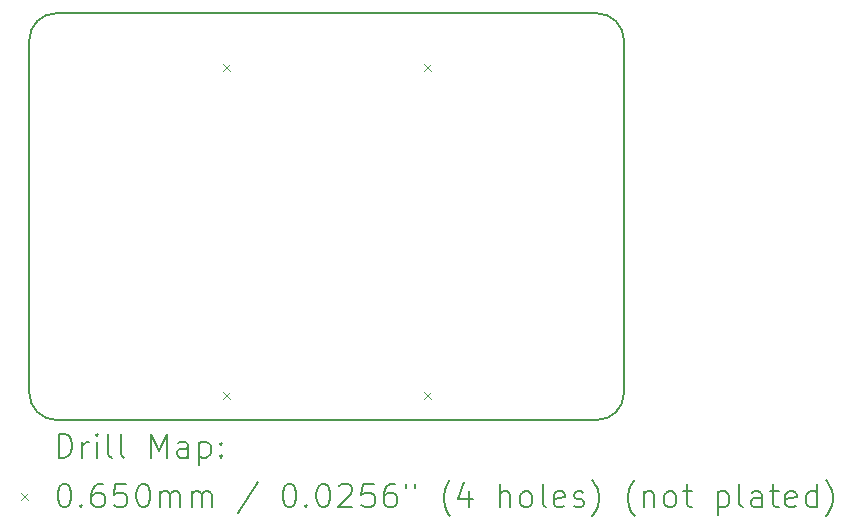
<source format=gbr>
%FSLAX45Y45*%
G04 Gerber Fmt 4.5, Leading zero omitted, Abs format (unit mm)*
G04 Created by KiCad (PCBNEW (6.0.4)) date 2023-02-01 13:33:51*
%MOMM*%
%LPD*%
G01*
G04 APERTURE LIST*
%TA.AperFunction,Profile*%
%ADD10C,0.150000*%
%TD*%
%ADD11C,0.200000*%
%ADD12C,0.065000*%
G04 APERTURE END LIST*
D10*
X8369000Y-5119000D02*
X3795000Y-5119000D01*
X8599365Y-8335365D02*
X8599365Y-5349000D01*
X3565000Y-5350000D02*
X3565000Y-8334000D01*
X3565002Y-8334000D02*
G75*
G03*
X3796000Y-8564000I230898J900D01*
G01*
X3796000Y-8564000D02*
X8369365Y-8564000D01*
X3795000Y-5119002D02*
G75*
G03*
X3565000Y-5350000I900J-230898D01*
G01*
X8599360Y-5349000D02*
G75*
G03*
X8369000Y-5119000I-230380J-380D01*
G01*
X8369365Y-8563995D02*
G75*
G03*
X8599365Y-8334000I5J229995D01*
G01*
D11*
D12*
X5203500Y-5546500D02*
X5268500Y-5611500D01*
X5268500Y-5546500D02*
X5203500Y-5611500D01*
X5203500Y-8323500D02*
X5268500Y-8388500D01*
X5268500Y-8323500D02*
X5203500Y-8388500D01*
X6903500Y-5546500D02*
X6968500Y-5611500D01*
X6968500Y-5546500D02*
X6903500Y-5611500D01*
X6903500Y-8323500D02*
X6968500Y-8388500D01*
X6968500Y-8323500D02*
X6903500Y-8388500D01*
D11*
X3815119Y-8881976D02*
X3815119Y-8681976D01*
X3862738Y-8681976D01*
X3891309Y-8691500D01*
X3910357Y-8710548D01*
X3919881Y-8729595D01*
X3929405Y-8767690D01*
X3929405Y-8796262D01*
X3919881Y-8834357D01*
X3910357Y-8853405D01*
X3891309Y-8872452D01*
X3862738Y-8881976D01*
X3815119Y-8881976D01*
X4015119Y-8881976D02*
X4015119Y-8748643D01*
X4015119Y-8786738D02*
X4024643Y-8767690D01*
X4034167Y-8758167D01*
X4053214Y-8748643D01*
X4072262Y-8748643D01*
X4138928Y-8881976D02*
X4138928Y-8748643D01*
X4138928Y-8681976D02*
X4129405Y-8691500D01*
X4138928Y-8701024D01*
X4148452Y-8691500D01*
X4138928Y-8681976D01*
X4138928Y-8701024D01*
X4262738Y-8881976D02*
X4243690Y-8872452D01*
X4234167Y-8853405D01*
X4234167Y-8681976D01*
X4367500Y-8881976D02*
X4348452Y-8872452D01*
X4338929Y-8853405D01*
X4338929Y-8681976D01*
X4596071Y-8881976D02*
X4596071Y-8681976D01*
X4662738Y-8824833D01*
X4729405Y-8681976D01*
X4729405Y-8881976D01*
X4910357Y-8881976D02*
X4910357Y-8777214D01*
X4900833Y-8758167D01*
X4881786Y-8748643D01*
X4843690Y-8748643D01*
X4824643Y-8758167D01*
X4910357Y-8872452D02*
X4891310Y-8881976D01*
X4843690Y-8881976D01*
X4824643Y-8872452D01*
X4815119Y-8853405D01*
X4815119Y-8834357D01*
X4824643Y-8815310D01*
X4843690Y-8805786D01*
X4891310Y-8805786D01*
X4910357Y-8796262D01*
X5005595Y-8748643D02*
X5005595Y-8948643D01*
X5005595Y-8758167D02*
X5024643Y-8748643D01*
X5062738Y-8748643D01*
X5081786Y-8758167D01*
X5091310Y-8767690D01*
X5100833Y-8786738D01*
X5100833Y-8843881D01*
X5091310Y-8862929D01*
X5081786Y-8872452D01*
X5062738Y-8881976D01*
X5024643Y-8881976D01*
X5005595Y-8872452D01*
X5186548Y-8862929D02*
X5196071Y-8872452D01*
X5186548Y-8881976D01*
X5177024Y-8872452D01*
X5186548Y-8862929D01*
X5186548Y-8881976D01*
X5186548Y-8758167D02*
X5196071Y-8767690D01*
X5186548Y-8777214D01*
X5177024Y-8767690D01*
X5186548Y-8758167D01*
X5186548Y-8777214D01*
D12*
X3492500Y-9179000D02*
X3557500Y-9244000D01*
X3557500Y-9179000D02*
X3492500Y-9244000D01*
D11*
X3853214Y-9101976D02*
X3872262Y-9101976D01*
X3891309Y-9111500D01*
X3900833Y-9121024D01*
X3910357Y-9140071D01*
X3919881Y-9178167D01*
X3919881Y-9225786D01*
X3910357Y-9263881D01*
X3900833Y-9282929D01*
X3891309Y-9292452D01*
X3872262Y-9301976D01*
X3853214Y-9301976D01*
X3834167Y-9292452D01*
X3824643Y-9282929D01*
X3815119Y-9263881D01*
X3805595Y-9225786D01*
X3805595Y-9178167D01*
X3815119Y-9140071D01*
X3824643Y-9121024D01*
X3834167Y-9111500D01*
X3853214Y-9101976D01*
X4005595Y-9282929D02*
X4015119Y-9292452D01*
X4005595Y-9301976D01*
X3996071Y-9292452D01*
X4005595Y-9282929D01*
X4005595Y-9301976D01*
X4186548Y-9101976D02*
X4148452Y-9101976D01*
X4129405Y-9111500D01*
X4119881Y-9121024D01*
X4100833Y-9149595D01*
X4091309Y-9187690D01*
X4091309Y-9263881D01*
X4100833Y-9282929D01*
X4110357Y-9292452D01*
X4129405Y-9301976D01*
X4167500Y-9301976D01*
X4186548Y-9292452D01*
X4196071Y-9282929D01*
X4205595Y-9263881D01*
X4205595Y-9216262D01*
X4196071Y-9197214D01*
X4186548Y-9187690D01*
X4167500Y-9178167D01*
X4129405Y-9178167D01*
X4110357Y-9187690D01*
X4100833Y-9197214D01*
X4091309Y-9216262D01*
X4386548Y-9101976D02*
X4291310Y-9101976D01*
X4281786Y-9197214D01*
X4291310Y-9187690D01*
X4310357Y-9178167D01*
X4357976Y-9178167D01*
X4377024Y-9187690D01*
X4386548Y-9197214D01*
X4396071Y-9216262D01*
X4396071Y-9263881D01*
X4386548Y-9282929D01*
X4377024Y-9292452D01*
X4357976Y-9301976D01*
X4310357Y-9301976D01*
X4291310Y-9292452D01*
X4281786Y-9282929D01*
X4519881Y-9101976D02*
X4538929Y-9101976D01*
X4557976Y-9111500D01*
X4567500Y-9121024D01*
X4577024Y-9140071D01*
X4586548Y-9178167D01*
X4586548Y-9225786D01*
X4577024Y-9263881D01*
X4567500Y-9282929D01*
X4557976Y-9292452D01*
X4538929Y-9301976D01*
X4519881Y-9301976D01*
X4500833Y-9292452D01*
X4491310Y-9282929D01*
X4481786Y-9263881D01*
X4472262Y-9225786D01*
X4472262Y-9178167D01*
X4481786Y-9140071D01*
X4491310Y-9121024D01*
X4500833Y-9111500D01*
X4519881Y-9101976D01*
X4672262Y-9301976D02*
X4672262Y-9168643D01*
X4672262Y-9187690D02*
X4681786Y-9178167D01*
X4700833Y-9168643D01*
X4729405Y-9168643D01*
X4748452Y-9178167D01*
X4757976Y-9197214D01*
X4757976Y-9301976D01*
X4757976Y-9197214D02*
X4767500Y-9178167D01*
X4786548Y-9168643D01*
X4815119Y-9168643D01*
X4834167Y-9178167D01*
X4843690Y-9197214D01*
X4843690Y-9301976D01*
X4938929Y-9301976D02*
X4938929Y-9168643D01*
X4938929Y-9187690D02*
X4948452Y-9178167D01*
X4967500Y-9168643D01*
X4996071Y-9168643D01*
X5015119Y-9178167D01*
X5024643Y-9197214D01*
X5024643Y-9301976D01*
X5024643Y-9197214D02*
X5034167Y-9178167D01*
X5053214Y-9168643D01*
X5081786Y-9168643D01*
X5100833Y-9178167D01*
X5110357Y-9197214D01*
X5110357Y-9301976D01*
X5500833Y-9092452D02*
X5329405Y-9349595D01*
X5757976Y-9101976D02*
X5777024Y-9101976D01*
X5796071Y-9111500D01*
X5805595Y-9121024D01*
X5815119Y-9140071D01*
X5824643Y-9178167D01*
X5824643Y-9225786D01*
X5815119Y-9263881D01*
X5805595Y-9282929D01*
X5796071Y-9292452D01*
X5777024Y-9301976D01*
X5757976Y-9301976D01*
X5738928Y-9292452D01*
X5729405Y-9282929D01*
X5719881Y-9263881D01*
X5710357Y-9225786D01*
X5710357Y-9178167D01*
X5719881Y-9140071D01*
X5729405Y-9121024D01*
X5738928Y-9111500D01*
X5757976Y-9101976D01*
X5910357Y-9282929D02*
X5919881Y-9292452D01*
X5910357Y-9301976D01*
X5900833Y-9292452D01*
X5910357Y-9282929D01*
X5910357Y-9301976D01*
X6043690Y-9101976D02*
X6062738Y-9101976D01*
X6081786Y-9111500D01*
X6091309Y-9121024D01*
X6100833Y-9140071D01*
X6110357Y-9178167D01*
X6110357Y-9225786D01*
X6100833Y-9263881D01*
X6091309Y-9282929D01*
X6081786Y-9292452D01*
X6062738Y-9301976D01*
X6043690Y-9301976D01*
X6024643Y-9292452D01*
X6015119Y-9282929D01*
X6005595Y-9263881D01*
X5996071Y-9225786D01*
X5996071Y-9178167D01*
X6005595Y-9140071D01*
X6015119Y-9121024D01*
X6024643Y-9111500D01*
X6043690Y-9101976D01*
X6186548Y-9121024D02*
X6196071Y-9111500D01*
X6215119Y-9101976D01*
X6262738Y-9101976D01*
X6281786Y-9111500D01*
X6291309Y-9121024D01*
X6300833Y-9140071D01*
X6300833Y-9159119D01*
X6291309Y-9187690D01*
X6177024Y-9301976D01*
X6300833Y-9301976D01*
X6481786Y-9101976D02*
X6386548Y-9101976D01*
X6377024Y-9197214D01*
X6386548Y-9187690D01*
X6405595Y-9178167D01*
X6453214Y-9178167D01*
X6472262Y-9187690D01*
X6481786Y-9197214D01*
X6491309Y-9216262D01*
X6491309Y-9263881D01*
X6481786Y-9282929D01*
X6472262Y-9292452D01*
X6453214Y-9301976D01*
X6405595Y-9301976D01*
X6386548Y-9292452D01*
X6377024Y-9282929D01*
X6662738Y-9101976D02*
X6624643Y-9101976D01*
X6605595Y-9111500D01*
X6596071Y-9121024D01*
X6577024Y-9149595D01*
X6567500Y-9187690D01*
X6567500Y-9263881D01*
X6577024Y-9282929D01*
X6586548Y-9292452D01*
X6605595Y-9301976D01*
X6643690Y-9301976D01*
X6662738Y-9292452D01*
X6672262Y-9282929D01*
X6681786Y-9263881D01*
X6681786Y-9216262D01*
X6672262Y-9197214D01*
X6662738Y-9187690D01*
X6643690Y-9178167D01*
X6605595Y-9178167D01*
X6586548Y-9187690D01*
X6577024Y-9197214D01*
X6567500Y-9216262D01*
X6757976Y-9101976D02*
X6757976Y-9140071D01*
X6834167Y-9101976D02*
X6834167Y-9140071D01*
X7129405Y-9378167D02*
X7119881Y-9368643D01*
X7100833Y-9340071D01*
X7091309Y-9321024D01*
X7081786Y-9292452D01*
X7072262Y-9244833D01*
X7072262Y-9206738D01*
X7081786Y-9159119D01*
X7091309Y-9130548D01*
X7100833Y-9111500D01*
X7119881Y-9082929D01*
X7129405Y-9073405D01*
X7291309Y-9168643D02*
X7291309Y-9301976D01*
X7243690Y-9092452D02*
X7196071Y-9235310D01*
X7319881Y-9235310D01*
X7548452Y-9301976D02*
X7548452Y-9101976D01*
X7634167Y-9301976D02*
X7634167Y-9197214D01*
X7624643Y-9178167D01*
X7605595Y-9168643D01*
X7577024Y-9168643D01*
X7557976Y-9178167D01*
X7548452Y-9187690D01*
X7757976Y-9301976D02*
X7738928Y-9292452D01*
X7729405Y-9282929D01*
X7719881Y-9263881D01*
X7719881Y-9206738D01*
X7729405Y-9187690D01*
X7738928Y-9178167D01*
X7757976Y-9168643D01*
X7786548Y-9168643D01*
X7805595Y-9178167D01*
X7815119Y-9187690D01*
X7824643Y-9206738D01*
X7824643Y-9263881D01*
X7815119Y-9282929D01*
X7805595Y-9292452D01*
X7786548Y-9301976D01*
X7757976Y-9301976D01*
X7938928Y-9301976D02*
X7919881Y-9292452D01*
X7910357Y-9273405D01*
X7910357Y-9101976D01*
X8091309Y-9292452D02*
X8072262Y-9301976D01*
X8034167Y-9301976D01*
X8015119Y-9292452D01*
X8005595Y-9273405D01*
X8005595Y-9197214D01*
X8015119Y-9178167D01*
X8034167Y-9168643D01*
X8072262Y-9168643D01*
X8091309Y-9178167D01*
X8100833Y-9197214D01*
X8100833Y-9216262D01*
X8005595Y-9235310D01*
X8177024Y-9292452D02*
X8196071Y-9301976D01*
X8234167Y-9301976D01*
X8253214Y-9292452D01*
X8262738Y-9273405D01*
X8262738Y-9263881D01*
X8253214Y-9244833D01*
X8234167Y-9235310D01*
X8205595Y-9235310D01*
X8186548Y-9225786D01*
X8177024Y-9206738D01*
X8177024Y-9197214D01*
X8186548Y-9178167D01*
X8205595Y-9168643D01*
X8234167Y-9168643D01*
X8253214Y-9178167D01*
X8329405Y-9378167D02*
X8338928Y-9368643D01*
X8357976Y-9340071D01*
X8367500Y-9321024D01*
X8377024Y-9292452D01*
X8386548Y-9244833D01*
X8386548Y-9206738D01*
X8377024Y-9159119D01*
X8367500Y-9130548D01*
X8357976Y-9111500D01*
X8338928Y-9082929D01*
X8329405Y-9073405D01*
X8691310Y-9378167D02*
X8681786Y-9368643D01*
X8662738Y-9340071D01*
X8653214Y-9321024D01*
X8643690Y-9292452D01*
X8634167Y-9244833D01*
X8634167Y-9206738D01*
X8643690Y-9159119D01*
X8653214Y-9130548D01*
X8662738Y-9111500D01*
X8681786Y-9082929D01*
X8691310Y-9073405D01*
X8767500Y-9168643D02*
X8767500Y-9301976D01*
X8767500Y-9187690D02*
X8777024Y-9178167D01*
X8796071Y-9168643D01*
X8824643Y-9168643D01*
X8843690Y-9178167D01*
X8853214Y-9197214D01*
X8853214Y-9301976D01*
X8977024Y-9301976D02*
X8957976Y-9292452D01*
X8948452Y-9282929D01*
X8938929Y-9263881D01*
X8938929Y-9206738D01*
X8948452Y-9187690D01*
X8957976Y-9178167D01*
X8977024Y-9168643D01*
X9005595Y-9168643D01*
X9024643Y-9178167D01*
X9034167Y-9187690D01*
X9043690Y-9206738D01*
X9043690Y-9263881D01*
X9034167Y-9282929D01*
X9024643Y-9292452D01*
X9005595Y-9301976D01*
X8977024Y-9301976D01*
X9100833Y-9168643D02*
X9177024Y-9168643D01*
X9129405Y-9101976D02*
X9129405Y-9273405D01*
X9138929Y-9292452D01*
X9157976Y-9301976D01*
X9177024Y-9301976D01*
X9396071Y-9168643D02*
X9396071Y-9368643D01*
X9396071Y-9178167D02*
X9415119Y-9168643D01*
X9453214Y-9168643D01*
X9472262Y-9178167D01*
X9481786Y-9187690D01*
X9491310Y-9206738D01*
X9491310Y-9263881D01*
X9481786Y-9282929D01*
X9472262Y-9292452D01*
X9453214Y-9301976D01*
X9415119Y-9301976D01*
X9396071Y-9292452D01*
X9605595Y-9301976D02*
X9586548Y-9292452D01*
X9577024Y-9273405D01*
X9577024Y-9101976D01*
X9767500Y-9301976D02*
X9767500Y-9197214D01*
X9757976Y-9178167D01*
X9738929Y-9168643D01*
X9700833Y-9168643D01*
X9681786Y-9178167D01*
X9767500Y-9292452D02*
X9748452Y-9301976D01*
X9700833Y-9301976D01*
X9681786Y-9292452D01*
X9672262Y-9273405D01*
X9672262Y-9254357D01*
X9681786Y-9235310D01*
X9700833Y-9225786D01*
X9748452Y-9225786D01*
X9767500Y-9216262D01*
X9834167Y-9168643D02*
X9910357Y-9168643D01*
X9862738Y-9101976D02*
X9862738Y-9273405D01*
X9872262Y-9292452D01*
X9891310Y-9301976D01*
X9910357Y-9301976D01*
X10053214Y-9292452D02*
X10034167Y-9301976D01*
X9996071Y-9301976D01*
X9977024Y-9292452D01*
X9967500Y-9273405D01*
X9967500Y-9197214D01*
X9977024Y-9178167D01*
X9996071Y-9168643D01*
X10034167Y-9168643D01*
X10053214Y-9178167D01*
X10062738Y-9197214D01*
X10062738Y-9216262D01*
X9967500Y-9235310D01*
X10234167Y-9301976D02*
X10234167Y-9101976D01*
X10234167Y-9292452D02*
X10215119Y-9301976D01*
X10177024Y-9301976D01*
X10157976Y-9292452D01*
X10148452Y-9282929D01*
X10138929Y-9263881D01*
X10138929Y-9206738D01*
X10148452Y-9187690D01*
X10157976Y-9178167D01*
X10177024Y-9168643D01*
X10215119Y-9168643D01*
X10234167Y-9178167D01*
X10310357Y-9378167D02*
X10319881Y-9368643D01*
X10338929Y-9340071D01*
X10348452Y-9321024D01*
X10357976Y-9292452D01*
X10367500Y-9244833D01*
X10367500Y-9206738D01*
X10357976Y-9159119D01*
X10348452Y-9130548D01*
X10338929Y-9111500D01*
X10319881Y-9082929D01*
X10310357Y-9073405D01*
M02*

</source>
